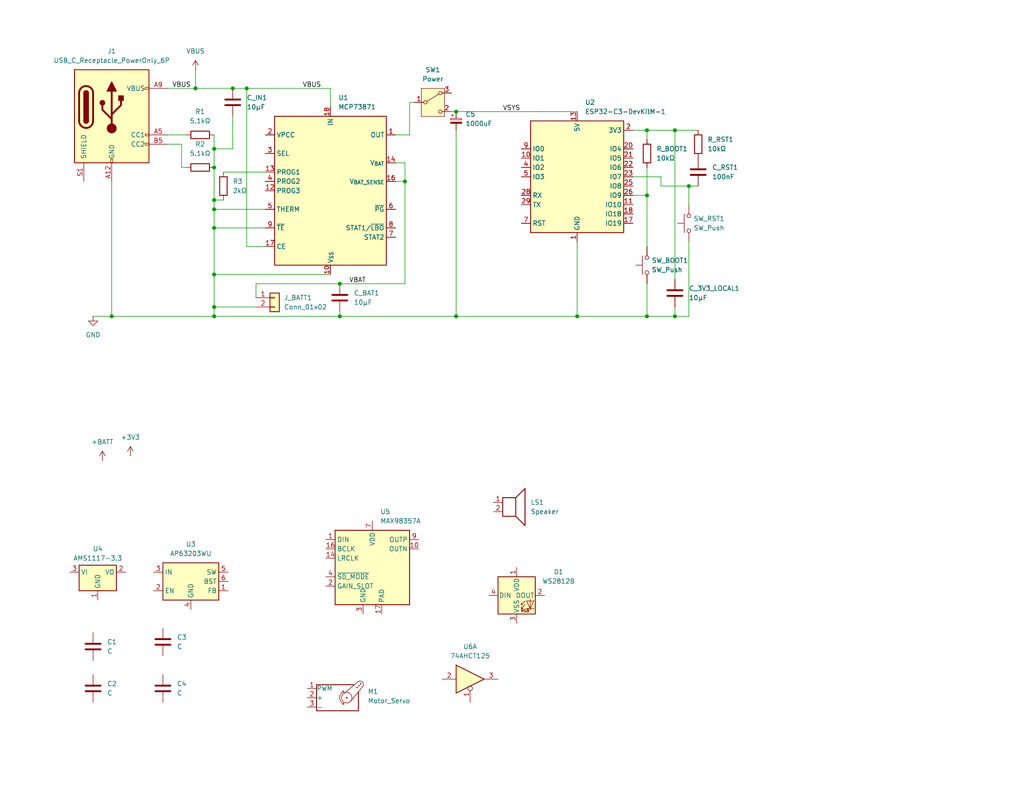
<source format=kicad_sch>
(kicad_sch (version 20250114) (generator "eeschema") (generator_version "9.0")
  (paper "USLetter")
  (title_block (date "2025-12-16") (rev "2.0") (company "Clever Girl LLC"))
  (lib_symbols
    (symbol "74xx:74AHCT125" (pin_names (offset 1.016))
      (property "Reference" "U" (at 0 1.27 0))
      (property "Value" "74AHCT125" (at 0 -1.27 0))
      (symbol "74AHCT125_1_0"
        (polyline (pts (xy -3.81 3.81) (xy -3.81 -3.81) (xy 3.81 0) (xy -3.81 3.81)) (stroke (width 0.254)) (fill (type background)))
        (pin input line (at -7.62 0 0) (length 3.81) (name "~") (number "2"))
        (pin input inverted (at 0 -6.35 90) (length 4.445) (name "~") (number "1"))
        (pin tri_state line (at 7.62 0 180) (length 3.81) (name "~") (number "3"))
      )
      (symbol "74AHCT125_2_0"
        (polyline (pts (xy -3.81 3.81) (xy -3.81 -3.81) (xy 3.81 0) (xy -3.81 3.81)) (stroke (width 0.254)) (fill (type background)))
        (pin input line (at -7.62 0 0) (length 3.81) (name "~") (number "5"))
        (pin input inverted (at 0 -6.35 90) (length 4.445) (name "~") (number "4"))
        (pin tri_state line (at 7.62 0 180) (length 3.81) (name "~") (number "6"))
      )
      (symbol "74AHCT125_3_0"
        (polyline (pts (xy -3.81 3.81) (xy -3.81 -3.81) (xy 3.81 0) (xy -3.81 3.81)) (stroke (width 0.254)) (fill (type background)))
        (pin input line (at -7.62 0 0) (length 3.81) (name "~") (number "9"))
        (pin input inverted (at 0 -6.35 90) (length 4.445) (name "~") (number "10"))
        (pin tri_state line (at 7.62 0 180) (length 3.81) (name "~") (number "8"))
      )
      (symbol "74AHCT125_4_0"
        (polyline (pts (xy -3.81 3.81) (xy -3.81 -3.81) (xy 3.81 0) (xy -3.81 3.81)) (stroke (width 0.254)) (fill (type background)))
        (pin input line (at -7.62 0 0) (length 3.81) (name "~") (number "12"))
        (pin input inverted (at 0 -6.35 90) (length 4.445) (name "~") (number "13"))
        (pin tri_state line (at 7.62 0 180) (length 3.81) (name "~") (number "11"))
      )
      (symbol "74AHCT125_5_0"
        (pin power_in line (at 0 12.7 270) (length 5.08) (name "VCC") (number "14"))
        (pin power_in line (at 0 -12.7 90) (length 5.08) (name "GND") (number "7"))
      )
      (symbol "74AHCT125_5_1"
        (rectangle (start -5.08 7.62) (end 5.08 -7.62) (stroke (width 0.254)) (fill (type background)))
      )
    )
    (symbol "Audio:MAX98357A"
      (property "Reference" "U" (at -8.89 11.43 0))
      (property "Value" "MAX98357A" (at 10.16 11.43 0))
      (symbol "MAX98357A_1_1"
        (rectangle (start -10.16 10.16) (end 10.16 -10.16) (stroke (width 0.254)) (fill (type background)))
        (pin input line (at -12.7 7.62 0) (length 2.54) (name "DIN") (number "1"))
        (pin input line (at -12.7 5.08 0) (length 2.54) (name "BCLK") (number "16"))
        (pin input line (at -12.7 2.54 0) (length 2.54) (name "LRCLK") (number "14"))
        (pin input line (at -12.7 -2.54 0) (length 2.54) (name "~{SD_MODE}") (number "4"))
        (pin passive line (at -12.7 -5.08 0) (length 2.54) (name "GAIN_SLOT") (number "2"))
        (pin passive line (at -2.54 -12.7 90) (length 2.54) (hide yes) (name "GND") (number "11"))
        (pin passive line (at -2.54 -12.7 90) (length 2.54) (hide yes) (name "GND") (number "15"))
        (pin power_in line (at -2.54 -12.7 90) (length 2.54) (name "GND") (number "3"))
        (pin power_in line (at 0 12.7 270) (length 2.54) (name "VDD") (number "7"))
        (pin passive line (at 0 12.7 270) (length 2.54) (hide yes) (name "VDD") (number "8"))
        (pin unspecified line (at 2.54 -12.7 90) (length 2.54) (name "PAD") (number "17"))
        (pin no_connect line (at 10.16 2.54 180) (length 2.54) (hide yes) (name "NC") (number "5"))
        (pin no_connect line (at 10.16 0 180) (length 2.54) (hide yes) (name "NC") (number "6"))
        (pin no_connect line (at 10.16 -5.08 180) (length 2.54) (hide yes) (name "NC") (number "12"))
        (pin no_connect line (at 10.16 -7.62 180) (length 2.54) (hide yes) (name "NC") (number "13"))
        (pin output line (at 12.7 7.62 180) (length 2.54) (name "OUTP") (number "9"))
        (pin output line (at 12.7 5.08 180) (length 2.54) (name "OUTN") (number "10"))
      )
    )
    (symbol "Battery_Management:MCP73871"
      (property "Reference" "U" (at -7.62 24.13 0))
      (property "Value" "MCP73871" (at -15.24 21.59 0))
      (symbol "MCP73871_0_1"
        (rectangle (start -15.24 20.32) (end 15.24 -20.32) (stroke (width 0.254)) (fill (type background)))
      )
      (symbol "MCP73871_1_1"
        (pin input line (at -17.78 15.24 0) (length 2.54) (name "VPCC") (number "2"))
        (pin input line (at -17.78 10.16 0) (length 2.54) (name "SEL") (number "3"))
        (pin bidirectional line (at -17.78 5.08 0) (length 2.54) (name "PROG1") (number "13"))
        (pin input line (at -17.78 2.54 0) (length 2.54) (name "PROG2") (number "4"))
        (pin bidirectional line (at -17.78 0 0) (length 2.54) (name "PROG3") (number "12"))
        (pin bidirectional line (at -17.78 -5.08 0) (length 2.54) (name "THERM") (number "5"))
        (pin input line (at -17.78 -10.16 0) (length 2.54) (name "~{TE}") (number "9"))
        (pin input line (at -17.78 -15.24 0) (length 2.54) (name "CE") (number "17"))
        (pin power_in line (at 0 22.86 270) (length 2.54) (name "IN") (number "18"))
        (pin passive line (at 0 22.86 270) (length 2.54) (hide yes) (name "IN") (number "19"))
        (pin power_in line (at 0 -22.86 90) (length 2.54) (name "V_{SS}") (number "10"))
        (pin passive line (at 0 -22.86 90) (length 2.54) (hide yes) (name "V_{SS}") (number "11"))
        (pin passive line (at 0 -22.86 90) (length 2.54) (hide yes) (name "V_{SS}") (number "21"))
        (pin power_out line (at 17.78 15.24 180) (length 2.54) (name "OUT") (number "1"))
        (pin passive line (at 17.78 15.24 180) (length 2.54) (hide yes) (name "OUT") (number "20"))
        (pin power_out line (at 17.78 7.62 180) (length 2.54) (name "V_{BAT}") (number "14"))
        (pin passive line (at 17.78 7.62 180) (length 2.54) (hide yes) (name "V_{BAT}") (number "15"))
        (pin input line (at 17.78 2.54 180) (length 2.54) (name "V_{BAT_SENSE}") (number "16"))
        (pin open_collector line (at 17.78 -5.08 180) (length 2.54) (name "~{PG}") (number "6"))
        (pin open_collector line (at 17.78 -10.16 180) (length 2.54) (name "STAT1/~{LBO}") (number "8"))
        (pin open_collector line (at 17.78 -12.7 180) (length 2.54) (name "STAT2") (number "7"))
      )
    )
    (symbol "Connector:Barrel_Jack" (pin_names (offset 1.016))
      (property "Reference" "J" (at 0 5.334 0))
      (property "Value" "Barrel_Jack" (at 0 -5.08 0))
      (symbol "Barrel_Jack_0_1"
        (rectangle (start -5.08 3.81) (end 5.08 -3.81) (stroke (width 0.254)) (fill (type background)))
        (polyline (pts (xy -3.81 -2.54) (xy -2.54 -2.54) (xy -1.27 -1.27) (xy 0 -2.54) (xy 2.54 -2.54) (xy 5.08 -2.54)) (stroke (width 0.254)))
        (arc (start -3.302 1.905) (mid -3.9343 2.54) (end -3.302 3.175) (stroke (width 0.254)))
        (arc (start -3.302 1.905) (mid -3.9343 2.54) (end -3.302 3.175) (stroke (width 0.254)) (fill (type outline)))
        (rectangle (start 3.683 3.175) (end -3.302 1.905) (stroke (width 0.254)) (fill (type outline)))
        (polyline (pts (xy 5.08 2.54) (xy 3.81 2.54)) (stroke (width 0.254)))
      )
      (symbol "Barrel_Jack_1_1"
        (pin passive line (at 7.62 2.54 180) (length 2.54) (name "~") (number "1"))
        (pin passive line (at 7.62 -2.54 180) (length 2.54) (name "~") (number "2"))
      )
    )
    (symbol "Connector:USB_C_Receptacle_PowerOnly_6P" (pin_names (offset 1.016))
      (property "Reference" "J" (at 0 16.51 0))
      (property "Value" "USB_C_Receptacle_PowerOnly_6P" (at 0 13.97 0))
      (symbol "USB_C_Receptacle_PowerOnly_6P_0_0"
        (rectangle (start -0.254 -12.7) (end 0.254 -11.684))
        (rectangle (start 10.16 7.874) (end 9.144 7.366))
        (rectangle (start 10.16 -4.826) (end 9.144 -5.334))
        (rectangle (start 10.16 -7.366) (end 9.144 -7.874))
      )
      (symbol "USB_C_Receptacle_PowerOnly_6P_0_1"
        (rectangle (start -10.16 12.7) (end 10.16 -12.7) (stroke (width 0.254)) (fill (type background)))
        (polyline (pts (xy -8.89 -1.27) (xy -8.89 6.35)) (stroke (width 0.508)))
        (rectangle (start -7.62 -1.27) (end -6.35 6.35) (stroke (width 0.254)) (fill (type outline)))
        (arc (start -7.62 6.35) (mid -6.985 6.9823) (end -6.35 6.35) (stroke (width 0.254)))
        (arc (start -7.62 6.35) (mid -6.985 6.9823) (end -6.35 6.35) (stroke (width 0.254)) (fill (type outline)))
        (arc (start -8.89 6.35) (mid -6.985 8.2467) (end -5.08 6.35) (stroke (width 0.508)))
        (arc (start -5.08 -1.27) (mid -6.985 -3.1667) (end -8.89 -1.27) (stroke (width 0.508)))
        (arc (start -6.35 -1.27) (mid -6.985 -1.9023) (end -7.62 -1.27) (stroke (width 0.254)))
        (arc (start -6.35 -1.27) (mid -6.985 -1.9023) (end -7.62 -1.27) (stroke (width 0.254)) (fill (type outline)))
        (polyline (pts (xy -5.08 6.35) (xy -5.08 -1.27)) (stroke (width 0.508)))
        (circle (center -2.54 3.683) (radius 0.635) (stroke (width 0.254)) (fill (type outline)))
        (polyline (pts (xy -1.27 6.858) (xy 0 9.398) (xy 1.27 6.858) (xy -1.27 6.858)) (stroke (width 0.254)) (fill (type outline)))
        (polyline (pts (xy 0 0.508) (xy 2.54 3.048) (xy 2.54 4.318)) (stroke (width 0.508)))
        (polyline (pts (xy 0 -0.762) (xy -2.54 1.778) (xy -2.54 3.048)) (stroke (width 0.508)))
        (polyline (pts (xy 0 -3.302) (xy 0 6.858)) (stroke (width 0.508)))
        (circle (center 0 -3.302) (radius 1.27) (fill (type outline)))
        (rectangle (start 1.905 4.318) (end 3.175 5.588) (stroke (width 0.254)) (fill (type outline)))
      )
      (symbol "USB_C_Receptacle_PowerOnly_6P_1_1"
        (pin passive line (at -7.62 -17.78 90) (length 5.08) (name "SHIELD") (number "S1"))
        (pin passive line (at 0 -17.78 90) (length 5.08) (name "GND") (number "A12"))
        (pin passive line (at 0 -17.78 90) (length 5.08) (hide yes) (name "GND") (number "B12"))
        (pin passive line (at 15.24 7.62 180) (length 5.08) (name "VBUS") (number "A9"))
        (pin passive line (at 15.24 7.62 180) (length 5.08) (hide yes) (name "VBUS") (number "B9"))
        (pin bidirectional line (at 15.24 -5.08 180) (length 5.08) (name "CC1") (number "A5"))
        (pin bidirectional line (at 15.24 -7.62 180) (length 5.08) (name "CC2") (number "B5"))
      )
    )
    (symbol "Connector_Generic:Conn_01x02" (pin_names (offset 1.016) (hide yes))
      (property "Reference" "J" (at 0 2.54 0))
      (property "Value" "Conn_01x02" (at 0 -5.08 0))
      (symbol "Conn_01x02_1_1"
        (rectangle (start -1.27 1.27) (end 1.27 -3.81) (stroke (width 0.254)) (fill (type background)))
        (rectangle (start -1.27 0.127) (end 0 -0.127) (stroke (width 0.1524)))
        (rectangle (start -1.27 -2.413) (end 0 -2.667) (stroke (width 0.1524)))
        (pin passive line (at -5.08 0 0) (length 3.81) (name "Pin_1") (number "1"))
        (pin passive line (at -5.08 -2.54 0) (length 3.81) (name "Pin_2") (number "2"))
      )
    )
    (symbol "Device:C" (pin_numbers (hide yes)) (pin_names (offset 0.254))
      (property "Reference" "C" (at 0.635 2.54 0))
      (property "Value" "C" (at 0.635 -2.54 0))
      (symbol "C_0_1"
        (polyline (pts (xy -2.032 0.762) (xy 2.032 0.762)) (stroke (width 0.508)))
        (polyline (pts (xy -2.032 -0.762) (xy 2.032 -0.762)) (stroke (width 0.508)))
      )
      (symbol "C_1_1"
        (pin passive line (at 0 3.81 270) (length 2.794) (name "~") (number "1"))
        (pin passive line (at 0 -3.81 90) (length 2.794) (name "~") (number "2"))
      )
    )
    (symbol "Device:C_Polarized_Small" (pin_numbers (hide yes)) (pin_names (offset 0.254) (hide yes))
      (property "Reference" "C" (at 0.254 1.778 0))
      (property "Value" "C_Polarized_Small" (at 0.254 -2.032 0))
      (symbol "C_Polarized_Small_0_1"
        (rectangle (start -1.524 0.6858) (end 1.524 0.3048))
        (rectangle (start -1.524 -0.3048) (end 1.524 -0.6858) (fill (type outline)))
        (polyline (pts (xy -1.27 1.524) (xy -0.762 1.524)))
        (polyline (pts (xy -1.016 1.27) (xy -1.016 1.778)))
      )
      (symbol "C_Polarized_Small_1_1"
        (pin passive line (at 0 2.54 270) (length 1.8542) (name "~") (number "1"))
        (pin passive line (at 0 -2.54 90) (length 1.8542) (name "~") (number "2"))
      )
    )
    (symbol "Device:R" (pin_numbers (hide yes)) (pin_names (offset 0))
      (property "Reference" "R" (at 2.032 0 90))
      (property "Value" "R" (at 0 0 90))
      (symbol "R_0_1"
        (rectangle (start -1.016 -2.54) (end 1.016 2.54) (stroke (width 0.254)))
      )
      (symbol "R_1_1"
        (pin passive line (at 0 3.81 270) (length 1.27) (name "~") (number "1"))
        (pin passive line (at 0 -3.81 90) (length 1.27) (name "~") (number "2"))
      )
    )
    (symbol "Device:Speaker" (pin_names (offset 0) (hide yes))
      (property "Reference" "LS" (at 1.27 5.715 0))
      (property "Value" "Speaker" (at 1.27 3.81 0))
      (symbol "Speaker_0_0"
        (rectangle (start -2.54 1.27) (end 1.016 -3.81) (stroke (width 0.254)))
        (polyline (pts (xy 1.016 1.27) (xy 3.556 3.81) (xy 3.556 -6.35) (xy 1.016 -3.81)) (stroke (width 0.254)))
      )
      (symbol "Speaker_1_1"
        (pin input line (at -5.08 0 0) (length 2.54) (name "1") (number "1"))
        (pin input line (at -5.08 -2.54 0) (length 2.54) (name "2") (number "2"))
      )
    )
    (symbol "LED:WS2812B" (pin_names (offset 0.254))
      (property "Reference" "D" (at 5.08 5.715 0))
      (property "Value" "WS2812B" (at 1.27 -5.715 0))
      (symbol "WS2812B_0_0"
        (text "RGB" (at 2.286 -4.191 0) (effects (font (size 0.762 0.762))))
      )
      (symbol "WS2812B_0_1"
        (polyline (pts (xy 1.27 -2.54) (xy 1.778 -2.54)))
        (polyline (pts (xy 1.27 -3.556) (xy 1.778 -3.556)))
        (polyline (pts (xy 2.286 -1.524) (xy 1.27 -2.54) (xy 1.27 -2.032)))
        (polyline (pts (xy 2.286 -2.54) (xy 1.27 -3.556) (xy 1.27 -3.048)))
        (polyline (pts (xy 3.683 -1.016) (xy 3.683 -3.556) (xy 3.683 -4.064)))
        (polyline (pts (xy 4.699 -1.524) (xy 2.667 -1.524) (xy 3.683 -3.556) (xy 4.699 -1.524)))
        (polyline (pts (xy 4.699 -3.556) (xy 2.667 -3.556)))
        (rectangle (start 5.08 5.08) (end -5.08 -5.08) (stroke (width 0.254)) (fill (type background)))
      )
      (symbol "WS2812B_1_1"
        (pin input line (at -7.62 0 0) (length 2.54) (name "DIN") (number "4"))
        (pin power_in line (at 0 7.62 270) (length 2.54) (name "VDD") (number "1"))
        (pin power_in line (at 0 -7.62 90) (length 2.54) (name "VSS") (number "3"))
        (pin output line (at 7.62 0 180) (length 2.54) (name "DOUT") (number "2"))
      )
    )
    (symbol "Motor:Motor_Servo" (pin_names (offset 0.0254))
      (property "Reference" "M" (at -5.08 4.445 0))
      (property "Value" "Motor_Servo" (at -5.08 -4.064 0))
      (symbol "Motor_Servo_0_1"
        (polyline (pts (xy 2.413 1.778) (xy 1.905 1.778)))
        (polyline (pts (xy 2.413 1.778) (xy 2.286 1.397)))
        (polyline (pts (xy 2.413 -1.778) (xy 2.032 -1.778)))
        (polyline (pts (xy 2.413 -1.778) (xy 2.286 -1.397)))
        (arc (start 2.413 -1.778) (mid 1.2406 0) (end 2.413 1.778))
        (circle (center 3.175 0) (radius 0.1778))
        (circle (center 3.175 0) (radius 1.4224))
        (polyline (pts (xy 5.08 3.556) (xy -5.08 3.556) (xy -5.08 -3.556) (xy 6.35 -3.556) (xy 6.35 1.524)) (stroke (width 0.254)))
        (circle (center 5.969 2.794) (radius 0.127))
        (polyline (pts (xy 6.35 4.445) (xy 2.54 1.27)))
        (circle (center 6.477 3.302) (radius 0.127))
        (arc (start 6.35 4.445) (mid 7.4487 4.2737) (end 7.62 3.175))
        (circle (center 6.985 3.81) (radius 0.127))
        (polyline (pts (xy 7.62 3.175) (xy 4.191 -1.016)))
      )
      (symbol "Motor_Servo_1_1"
        (pin passive line (at -7.62 2.54 0) (length 2.54) (name "PWM") (number "1"))
        (pin passive line (at -7.62 0 0) (length 2.54) (name "+") (number "2"))
        (pin passive line (at -7.62 -2.54 0) (length 2.54) (name "-") (number "3"))
      )
    )
    (symbol "RF_Module:ESP32-C3-DevKitM-1"
      (property "Reference" "U" (at 7.62 16.51 0))
      (property "Value" "ESP32-C3-DevKitM-1" (at 11.684 -16.764 0))
      (symbol "ESP32-C3-DevKitM-1_1_1"
        (rectangle (start -12.7 15.24) (end 12.7 -15.24) (stroke (width 0.254)) (fill (type background)))
        (pin bidirectional line (at -15.24 7.62 0) (length 2.54) (name "IO0") (number "9"))
        (pin bidirectional line (at -15.24 5.08 0) (length 2.54) (name "IO1") (number "10"))
        (pin bidirectional line (at -15.24 2.54 0) (length 2.54) (name "IO2") (number "4"))
        (pin bidirectional line (at -15.24 0 0) (length 2.54) (name "IO3") (number "5"))
        (pin input line (at -15.24 -5.08 0) (length 2.54) (name "RX") (number "28"))
        (pin output line (at -15.24 -7.62 0) (length 2.54) (name "TX") (number "29"))
        (pin input line (at -15.24 -12.7 0) (length 2.54) (name "RST") (number "7"))
        (pin passive line (at 0 17.78 270) (length 2.54) (name "5V") (number "13"))
        (pin passive line (at 0 17.78 270) (length 2.54) (hide yes) (name "5V") (number "14"))
        (pin power_in line (at 0 -17.78 90) (length 2.54) (name "GND") (number "1"))
        (pin passive line (at 0 -17.78 90) (length 2.54) (hide yes) (name "GND") (number "12"))
        (pin passive line (at 0 -17.78 90) (length 2.54) (hide yes) (name "GND") (number "15"))
        (pin passive line (at 0 -17.78 90) (length 2.54) (hide yes) (name "GND") (number "16"))
        (pin passive line (at 0 -17.78 90) (length 2.54) (hide yes) (name "GND") (number "19"))
        (pin passive line (at 0 -17.78 90) (length 2.54) (hide yes) (name "GND") (number "24"))
        (pin passive line (at 0 -17.78 90) (length 2.54) (hide yes) (name "GND") (number "27"))
        (pin passive line (at 0 -17.78 90) (length 2.54) (hide yes) (name "GND") (number "30"))
        (pin passive line (at 0 -17.78 90) (length 2.54) (hide yes) (name "GND") (number "6"))
        (pin passive line (at 0 -17.78 90) (length 2.54) (hide yes) (name "GND") (number "8"))
        (pin power_out line (at 15.24 12.7 180) (length 2.54) (name "3V3") (number "2"))
        (pin passive line (at 15.24 12.7 180) (length 2.54) (hide yes) (name "3V3") (number "3"))
        (pin bidirectional line (at 15.24 7.62 180) (length 2.54) (name "IO4") (number "20"))
        (pin bidirectional line (at 15.24 5.08 180) (length 2.54) (name "IO5") (number "21"))
        (pin bidirectional line (at 15.24 2.54 180) (length 2.54) (name "IO6") (number "22"))
        (pin bidirectional line (at 15.24 0 180) (length 2.54) (name "IO7") (number "23"))
        (pin bidirectional line (at 15.24 -2.54 180) (length 2.54) (name "IO8") (number "25"))
        (pin bidirectional line (at 15.24 -5.08 180) (length 2.54) (name "IO9") (number "26"))
        (pin bidirectional line (at 15.24 -7.62 180) (length 2.54) (name "IO10") (number "11"))
        (pin bidirectional line (at 15.24 -10.16 180) (length 2.54) (name "IO18") (number "18"))
        (pin bidirectional line (at 15.24 -12.7 180) (length 2.54) (name "IO19") (number "17"))
      )
    )
    (symbol "Regulator_Linear:AMS1117-3.3"
      (property "Reference" "U" (at -3.81 3.175 0))
      (property "Value" "AMS1117-3.3" (at 0 3.175 0))
      (symbol "AMS1117-3.3_0_1"
        (rectangle (start -5.08 -5.08) (end 5.08 1.905) (stroke (width 0.254)) (fill (type background)))
      )
      (symbol "AMS1117-3.3_1_1"
        (pin power_in line (at -7.62 0 0) (length 2.54) (name "VI") (number "3"))
        (pin power_in line (at 0 -7.62 90) (length 2.54) (name "GND") (number "1"))
        (pin power_out line (at 7.62 0 180) (length 2.54) (name "VO") (number "2"))
      )
    )
    (symbol "Regulator_Switching:AP63203WU"
      (property "Reference" "U" (at -7.62 6.35 0))
      (property "Value" "AP63203WU" (at 2.54 6.35 0))
      (symbol "AP63203WU_0_1"
        (rectangle (start -7.62 5.08) (end 7.62 -5.08) (stroke (width 0.254)) (fill (type background)))
      )
      (symbol "AP63203WU_1_1"
        (pin power_in line (at -10.16 2.54 0) (length 2.54) (name "IN") (number "3"))
        (pin input line (at -10.16 -2.54 0) (length 2.54) (name "EN") (number "2"))
        (pin power_in line (at 0 -7.62 90) (length 2.54) (name "GND") (number "4"))
        (pin output line (at 10.16 2.54 180) (length 2.54) (name "SW") (number "5"))
        (pin passive line (at 10.16 0 180) (length 2.54) (name "BST") (number "6"))
        (pin input line (at 10.16 -2.54 180) (length 2.54) (name "FB") (number "1"))
      )
    )
    (symbol "Switch:SW_Push" (pin_numbers (hide yes)) (pin_names (offset 1.016) (hide yes))
      (property "Reference" "SW" (at 1.27 2.54 0))
      (property "Value" "SW_Push" (at 0 -1.524 0))
      (symbol "SW_Push_0_1"
        (circle (center -2.032 0) (radius 0.508))
        (polyline (pts (xy 0 1.27) (xy 0 3.048)))
        (circle (center 2.032 0) (radius 0.508))
        (polyline (pts (xy 2.54 1.27) (xy -2.54 1.27)))
        (pin passive line (at -5.08 0 0) (length 2.54) (name "1") (number "1"))
        (pin passive line (at 5.08 0 180) (length 2.54) (name "2") (number "2"))
      )
    )
    (symbol "Switch:SW_Wuerth_450301014042" (pin_names (offset 1) (hide yes))
      (property "Reference" "SW" (at 0 5.08 0))
      (property "Value" "SW_Wuerth_450301014042" (at 0 -5.08 0))
      (symbol "SW_Wuerth_450301014042_0_1"
        (circle (center -2.032 0) (radius 0.4572))
        (polyline (pts (xy -1.651 0.254) (xy 1.651 2.286)))
        (circle (center 2.032 2.54) (radius 0.4572))
        (circle (center 2.032 -2.54) (radius 0.4572))
      )
      (symbol "SW_Wuerth_450301014042_1_1"
        (rectangle (start -3.175 3.81) (end 3.175 -3.81) (fill (type background)))
        (pin passive line (at -5.08 0 0) (length 2.54) (name "B") (number "1"))
        (pin passive line (at 5.08 2.54 180) (length 2.54) (name "A") (number "3"))
        (pin passive line (at 5.08 -2.54 180) (length 2.54) (name "C") (number "2"))
      )
    )
    (symbol "power:+3V3" (power) (pin_numbers (hide yes)) (pin_names (offset 0) (hide yes))
      (property "Value" "+3V3" (at 0 3.556 0))
      (symbol "+3V3_0_1"
        (polyline (pts (xy -0.762 1.27) (xy 0 2.54)))
        (polyline (pts (xy 0 2.54) (xy 0.762 1.27)))
        (polyline (pts (xy 0 0) (xy 0 2.54)))
      )
      (symbol "+3V3_1_1"
        (pin power_in line (at 0 0 90) (length 0) (name "~") (number "1"))
      )
    )
    (symbol "power:+BATT" (power) (pin_numbers (hide yes)) (pin_names (offset 0) (hide yes))
      (property "Value" "+BATT" (at 0 3.556 0))
      (symbol "+BATT_0_1"
        (polyline (pts (xy -0.762 1.27) (xy 0 2.54)))
        (polyline (pts (xy 0 2.54) (xy 0.762 1.27)))
        (polyline (pts (xy 0 0) (xy 0 2.54)))
      )
      (symbol "+BATT_1_1"
        (pin power_in line (at 0 0 90) (length 0) (name "~") (number "1"))
      )
    )
    (symbol "power:GND" (power) (pin_numbers (hide yes)) (pin_names (offset 0) (hide yes))
      (property "Value" "GND" (at 0 -3.81 0))
      (symbol "GND_0_1"
        (polyline (pts (xy 0 0) (xy 0 -1.27) (xy 1.27 -1.27) (xy 0 -2.54) (xy -1.27 -1.27) (xy 0 -1.27)))
      )
      (symbol "GND_1_1"
        (pin power_in line (at 0 0 270) (length 0) (name "~") (number "1"))
      )
    )
    (symbol "power:VBUS" (power) (pin_numbers (hide yes)) (pin_names (offset 0) (hide yes))
      (property "Value" "VBUS" (at 0 3.556 0))
      (symbol "VBUS_0_1"
        (polyline (pts (xy -0.762 1.27) (xy 0 2.54)))
        (polyline (pts (xy 0 2.54) (xy 0.762 1.27)))
        (polyline (pts (xy 0 0) (xy 0 2.54)))
      )
      (symbol "VBUS_1_1"
        (pin power_in line (at 0 0 90) (length 0) (name "~") (number "1"))
      )
    )
  )
  (junction (at 58.42 74.93))
  (junction (at 63.5 24.13))
  (junction (at 187.96 50.8))
  (junction (at 176.53 53.34))
  (junction (at 92.71 77.47))
  (junction (at 124.46 86.36))
  (junction (at 30.48 86.36))
  (junction (at 184.15 86.36))
  (junction (at 58.42 62.23))
  (junction (at 110.49 49.53))
  (junction (at 176.53 86.36))
  (junction (at 184.15 35.56))
  (junction (at 58.42 83.82))
  (junction (at 53.34 24.13))
  (junction (at 176.53 35.56))
  (junction (at 58.42 86.36))
  (junction (at 92.71 86.36))
  (junction (at 58.42 40.64))
  (junction (at 157.48 86.36))
  (junction (at 58.42 45.72))
  (junction (at 124.46 30.48))
  (junction (at 67.31 24.13))
  (junction (at 58.42 54.61))
  (junction (at 58.42 57.15))
  (wire (pts (xy 176.53 35.56) (xy 172.72 35.56)))
  (wire (pts (xy 58.42 83.82) (xy 58.42 86.36)))
  (wire (pts (xy 49.53 45.72) (xy 49.53 39.37)))
  (wire (pts (xy 176.53 35.56) (xy 184.15 35.56)))
  (wire (pts (xy 92.71 85.09) (xy 92.71 86.36)))
  (wire (pts (xy 124.46 35.56) (xy 124.46 86.36)))
  (wire (pts (xy 49.53 45.72) (xy 50.8 45.72)))
  (wire (pts (xy 157.48 86.36) (xy 124.46 86.36)))
  (wire (pts (xy 176.53 77.47) (xy 176.53 86.36)))
  (wire (pts (xy 58.42 45.72) (xy 58.42 54.61)))
  (wire (pts (xy 187.96 86.36) (xy 184.15 86.36)))
  (wire (pts (xy 124.46 30.48) (xy 157.48 30.48)))
  (wire (pts (xy 111.76 27.94) (xy 113.03 27.94)))
  (wire (pts (xy 60.96 46.99) (xy 72.39 46.99)))
  (wire (pts (xy 58.42 40.64) (xy 58.42 45.72)))
  (wire (pts (xy 176.53 38.1) (xy 176.53 35.56)))
  (wire (pts (xy 180.34 50.8) (xy 180.34 48.26)))
  (wire (pts (xy 176.53 86.36) (xy 157.48 86.36)))
  (wire (pts (xy 187.96 50.8) (xy 180.34 50.8)))
  (wire (pts (xy 63.5 31.75) (xy 63.5 40.64)))
  (wire (pts (xy 176.53 53.34) (xy 172.72 53.34)))
  (wire (pts (xy 92.71 86.36) (xy 58.42 86.36)))
  (wire (pts (xy 45.72 36.83) (xy 50.8 36.83)))
  (wire (pts (xy 110.49 44.45) (xy 107.95 44.45)))
  (wire (pts (xy 69.85 81.28) (xy 69.85 77.47)))
  (wire (pts (xy 58.42 86.36) (xy 30.48 86.36)))
  (wire (pts (xy 53.34 24.13) (xy 63.5 24.13)))
  (wire (pts (xy 157.48 66.04) (xy 157.48 86.36)))
  (wire (pts (xy 58.42 54.61) (xy 58.42 57.15)))
  (wire (pts (xy 180.34 48.26) (xy 172.72 48.26)))
  (wire (pts (xy 49.53 39.37) (xy 45.72 39.37)))
  (wire (pts (xy 92.71 77.47) (xy 110.49 77.47)))
  (wire (pts (xy 124.46 86.36) (xy 92.71 86.36)))
  (wire (pts (xy 58.42 57.15) (xy 72.39 57.15)))
  (wire (pts (xy 53.34 24.13) (xy 53.34 19.05)))
  (wire (pts (xy 184.15 83.82) (xy 184.15 86.36)))
  (wire (pts (xy 90.17 24.13) (xy 90.17 29.21)))
  (wire (pts (xy 58.42 62.23) (xy 72.39 62.23)))
  (wire (pts (xy 176.53 45.72) (xy 176.53 53.34)))
  (wire (pts (xy 187.96 66.04) (xy 187.96 86.36)))
  (wire (pts (xy 107.95 49.53) (xy 110.49 49.53)))
  (wire (pts (xy 58.42 62.23) (xy 58.42 74.93)))
  (wire (pts (xy 67.31 24.13) (xy 67.31 67.31)))
  (wire (pts (xy 67.31 24.13) (xy 90.17 24.13)))
  (wire (pts (xy 110.49 77.47) (xy 110.49 49.53)))
  (wire (pts (xy 72.39 67.31) (xy 67.31 67.31)))
  (wire (pts (xy 58.42 36.83) (xy 58.42 40.64)))
  (wire (pts (xy 63.5 24.13) (xy 67.31 24.13)))
  (wire (pts (xy 111.76 36.83) (xy 111.76 27.94)))
  (wire (pts (xy 30.48 49.53) (xy 30.48 86.36)))
  (wire (pts (xy 58.42 54.61) (xy 60.96 54.61)))
  (wire (pts (xy 58.42 74.93) (xy 90.17 74.93)))
  (wire (pts (xy 58.42 83.82) (xy 69.85 83.82)))
  (wire (pts (xy 123.19 30.48) (xy 124.46 30.48)))
  (wire (pts (xy 184.15 76.2) (xy 184.15 35.56)))
  (wire (pts (xy 58.42 74.93) (xy 58.42 83.82)))
  (wire (pts (xy 107.95 36.83) (xy 111.76 36.83)))
  (wire (pts (xy 190.5 50.8) (xy 187.96 50.8)))
  (wire (pts (xy 176.53 53.34) (xy 176.53 67.31)))
  (wire (pts (xy 187.96 55.88) (xy 187.96 50.8)))
  (wire (pts (xy 110.49 49.53) (xy 110.49 44.45)))
  (wire (pts (xy 184.15 86.36) (xy 176.53 86.36)))
  (wire (pts (xy 63.5 40.64) (xy 58.42 40.64)))
  (wire (pts (xy 69.85 77.47) (xy 92.71 77.47)))
  (wire (pts (xy 58.42 57.15) (xy 58.42 62.23)))
  (wire (pts (xy 45.72 24.13) (xy 53.34 24.13)))
  (wire (pts (xy 184.15 35.56) (xy 190.5 35.56)))
  (wire (pts (xy 30.48 86.36) (xy 25.4 86.36)))
  (label "VSYS" (at 137.16 30.48 0))
  (label "VBUS" (at 46.99 24.13 0))
  (label "VBUS" (at 82.55 24.13 0))
  (label "VBAT" (at 95.25 77.47 0))
  (symbol (lib_id "Audio:MAX98357A") (at 101.6 154.94 0) (unit 1)
    (property "Reference" "U5" (at 103.7433 139.7 0) (effects (justify left)))
    (property "Value" "MAX98357A" (at 103.7433 142.24 0) (effects (justify left)))
    (property "Footprint" "Package_DFN_QFN:TQFN-16-1EP_3x3mm_P0.5mm_EP1.23x1.23mm" (effects (hide yes)))
    (property "Datasheet" "https://www.analog.com/media/en/technical-documentation/data-sheets/MAX98357A-MAX98357B.pdf" (effects (hide yes)))
    (property "Description" "Mono DAC with amplifier, I2S, PCM, TDM, 32-bit, 96khz, 3.2W, TQFP-16" (effects (hide yes)))
  )
  (symbol (lib_id "Device:C") (at 63.5 27.94 0) (unit 1)
    (property "Reference" "C_IN1" (at 67.31 26.6699 0) (effects (justify left)))
    (property "Value" "10µF" (at 67.31 29.2099 0) (effects (justify left)))
    (property "Description" "Unpolarized capacitor" (effects (hide yes)))
  )
  (symbol (lib_id "power:+3V3") (at 35.56 124.46 0) (unit 1)
    (property "Reference" "#PWR03" (effects (hide yes)))
    (property "Value" "+3V3" (at 35.56 119.38 0))
    (property "Description" "Power symbol creates a global label with name \"+3V3\"" (effects (hide yes)))
  )
  (symbol (lib_id "Regulator_Linear:AMS1117-3.3") (at 26.67 156.21 0) (unit 1)
    (property "Reference" "U4" (at 26.67 149.86 0))
    (property "Value" "AMS1117-3.3" (at 26.67 152.4 0))
    (property "Footprint" "Package_TO_SOT_SMD:SOT-223-3_TabPin2" (effects (hide yes)))
    (property "Datasheet" "http://www.advanced-monolithic.com/pdf/ds1117.pdf" (effects (hide yes)))
    (property "Description" "1A Low Dropout regulator, positive, 3.3V fixed output, SOT-223" (effects (hide yes)))
  )
  (symbol (lib_id "Device:C") (at 184.15 80.01 0) (unit 1)
    (property "Reference" "C_3V3_LOCAL1" (at 187.96 78.7399 0) (effects (justify left)))
    (property "Value" "10µF" (at 187.96 81.2799 0) (effects (justify left)))
    (property "Description" "Unpolarized capacitor" (effects (hide yes)))
  )
  (symbol (lib_id "Motor:Motor_Servo") (at 91.44 190.5 0) (unit 1)
    (property "Reference" "M1" (at 100.33 188.7968 0) (effects (justify left)))
    (property "Value" "Motor_Servo" (at 100.33 191.3368 0) (effects (justify left)))
    (property "Datasheet" "http://forums.parallax.com/uploads/attachments/46831/74481.png" (effects (hide yes)))
    (property "Description" "Servo Motor (Futaba, HiTec, JR connector)" (effects (hide yes)))
  )
  (symbol (lib_id "Switch:SW_Push") (at 187.96 60.96 90) (unit 1)
    (property "Reference" "SW_RST1" (at 189.23 59.6899 90) (effects (justify right)))
    (property "Value" "SW_Push" (at 189.23 62.2299 90) (effects (justify right)))
    (property "Description" "Push button switch, generic, two pins" (effects (hide yes)))
  )
  (symbol (lib_id "Device:Speaker") (at 139.7 137.16 0) (unit 1)
    (property "Reference" "LS1" (at 144.78 137.1599 0) (effects (justify left)))
    (property "Value" "Speaker" (at 144.78 139.6999 0) (effects (justify left)))
    (property "Description" "Speaker" (effects (hide yes)))
  )
  (symbol (lib_id "power:GND") (at 25.4 86.36 0) (unit 1)
    (property "Reference" "#PWR04" (effects (hide yes)))
    (property "Value" "GND" (at 25.4 91.44 0))
    (property "Description" "Power symbol creates a global label with name \"GND\" , ground" (effects (hide yes)))
  )
  (symbol (lib_id "Device:C") (at 44.45 175.26 0) (unit 1)
    (property "Reference" "C3" (at 48.26 173.9899 0) (effects (justify left)))
    (property "Value" "C" (at 48.26 176.5299 0) (effects (justify left)))
    (property "Description" "Unpolarized capacitor" (effects (hide yes)))
  )
  (symbol (lib_id "Battery_Management:MCP73871") (at 90.17 52.07 0) (unit 1)
    (property "Reference" "U1" (at 92.3133 26.67 0) (effects (justify left)))
    (property "Value" "MCP73871" (at 92.3133 29.21 0) (effects (justify left)))
    (property "Footprint" "Package_DFN_QFN:QFN-20-1EP_4x4mm_P0.5mm_EP2.5x2.5mm" (effects (hide yes)))
    (property "Datasheet" "http://www.mouser.com/ds/2/268/22090a-52174.pdf" (effects (hide yes)))
    (property "Description" "Single cell, Li-Ion/Li-Po charge management controller" (effects (hide yes)))
  )
  (symbol (lib_id "power:+BATT") (at 27.94 125.73 0) (unit 1)
    (property "Reference" "#PWR02" (effects (hide yes)))
    (property "Value" "+BATT" (at 27.94 120.65 0))
    (property "Description" "Power symbol creates a global label with name \"+BATT\"" (effects (hide yes)))
  )
  (symbol (lib_id "Switch:SW_Push") (at 176.53 72.39 90) (unit 1)
    (property "Reference" "SW_BOOT1" (at 177.8 71.1199 90) (effects (justify right)))
    (property "Value" "SW_Push" (at 177.8 73.6599 90) (effects (justify right)))
    (property "Description" "Push button switch, generic, two pins" (effects (hide yes)))
  )
  (symbol (lib_id "Device:R") (at 190.5 39.37 0) (unit 1)
    (property "Reference" "R_RST1" (at 193.04 38.0999 0) (effects (justify left)))
    (property "Value" "10kΩ" (at 193.04 40.6399 0) (effects (justify left)))
    (property "Description" "Resistor" (effects (hide yes)))
  )
  (symbol (lib_id "74xx:74AHCT125") (at 128.27 185.42 0) (unit 1)
    (property "Reference" "U6" (at 128.27 176.53 0))
    (property "Value" "74AHCT125" (at 128.27 179.07 0))
    (property "Datasheet" "https://www.ti.com/lit/ds/symlink/sn74ahct125.pdf" (effects (hide yes)))
    (property "Description" "Quadruple Bus Buffer Gates With 3-State Outputs" (effects (hide yes)))
  )
  (symbol (lib_id "Device:R") (at 54.61 36.83 90) (unit 1)
    (property "Reference" "R1" (at 54.61 30.48 90))
    (property "Value" "5.1kΩ" (at 54.61 33.02 90))
    (property "Description" "Resistor" (effects (hide yes)))
  )
  (symbol (lib_id "Device:C") (at 44.45 187.96 0) (unit 1)
    (property "Reference" "C4" (at 48.26 186.6899 0) (effects (justify left)))
    (property "Value" "C" (at 48.26 189.2299 0) (effects (justify left)))
    (property "Description" "Unpolarized capacitor" (effects (hide yes)))
  )
  (symbol (lib_id "Switch:SW_Wuerth_450301014042") (at 118.11 27.94 0) (unit 1)
    (property "Reference" "SW1" (at 118.11 19.05 0))
    (property "Value" "Power" (at 118.11 21.59 0))
    (property "Footprint" "Button_Switch_THT:SW_Slide-03_Wuerth-WS-SLTV_10x2.5x6.4_P2.54mm" (effects (hide yes)))
    (property "Datasheet" "https://www.we-online.com/components/products/datasheet/450301014042.pdf" (effects (hide yes)))
    (property "Description" "Switch slide, single pole double throw" (effects (hide yes)))
  )
  (symbol (lib_id "LED:WS2812B") (at 140.97 162.56 0) (unit 1)
    (property "Reference" "D1" (at 152.4 156.1398 0))
    (property "Value" "WS2812B" (at 152.4 158.6798 0))
    (property "Footprint" "LED_SMD:LED_WS2812B_PLCC4_5.0x5.0mm_P3.2mm" (effects (hide yes)))
    (property "Datasheet" "https://cdn-shop.adafruit.com/datasheets/WS2812B.pdf" (effects (hide yes)))
    (property "Description" "RGB LED with integrated controller" (effects (hide yes)))
  )
  (symbol (lib_id "Device:C") (at 190.5 46.99 0) (unit 1)
    (property "Reference" "C_RST1" (at 194.31 45.7199 0) (effects (justify left)))
    (property "Value" "100nF" (at 194.31 48.2599 0) (effects (justify left)))
    (property "Description" "Unpolarized capacitor" (effects (hide yes)))
  )
  (symbol (lib_id "Device:C") (at 25.4 176.53 0) (unit 1)
    (property "Reference" "C1" (at 29.21 175.2599 0) (effects (justify left)))
    (property "Value" "C" (at 29.21 177.7999 0) (effects (justify left)))
    (property "Description" "Unpolarized capacitor" (effects (hide yes)))
  )
  (symbol (lib_id "Device:C_Polarized_Small") (at 124.46 33.02 0) (unit 1)
    (property "Reference" "C5" (at 127 31.2038 0) (effects (justify left)))
    (property "Value" "1000uF" (at 127 33.7438 0) (effects (justify left)))
    (property "Description" "Polarized capacitor, small symbol" (effects (hide yes)))
  )
  (symbol (lib_id "Regulator_Switching:AP63203WU") (at 52.07 158.75 0) (unit 1)
    (property "Reference" "U3" (at 52.07 148.59 0))
    (property "Value" "AP63203WU" (at 52.07 151.13 0))
    (property "Footprint" "Package_TO_SOT_SMD:TSOT-23-6" (effects (hide yes)))
    (property "Datasheet" "https://www.diodes.com/assets/Datasheets/AP63200-AP63201-AP63203-AP63205.pdf" (effects (hide yes)))
    (property "Description" "2A, 1.1MHz Buck DC/DC Converter, fixed 3.3V output voltage, TSOT-23-6" (effects (hide yes)))
  )
  (symbol (lib_id "Device:R") (at 54.61 45.72 90) (unit 1)
    (property "Reference" "R2" (at 54.61 39.37 90))
    (property "Value" "5.1kΩ" (at 54.61 41.91 90))
    (property "Description" "Resistor" (effects (hide yes)))
  )
  (symbol (lib_id "RF_Module:ESP32-C3-DevKitM-1") (at 157.48 48.26 0) (unit 1)
    (property "Reference" "U2" (at 159.6233 27.94 0) (effects (justify left)))
    (property "Value" "ESP32-C3-DevKitM-1" (at 159.6233 30.48 0) (effects (justify left)))
    (property "Footprint" "RF_Module:ESP32-C3-DevKitM-1" (effects (hide yes)))
    (property "Datasheet" "https://docs.espressif.com/projects/esp-idf/en/latest/esp32c3/hw-reference/esp32c3/user-guide-devkitm-1.html" (effects (hide yes)))
    (property "Description" "Development board featuring ESP32-C3-MINI-1 module" (effects (hide yes)))
  )
  (symbol (lib_id "Connector:USB_C_Receptacle_PowerOnly_6P") (at 30.48 31.75 0) (unit 1)
    (property "Reference" "J1" (at 30.48 13.97 0))
    (property "Value" "USB_C_Receptacle_PowerOnly_6P" (at 30.48 16.51 0))
    (property "Datasheet" "https://www.usb.org/sites/default/files/documents/usb_type-c.zip" (effects (hide yes)))
    (property "Description" "USB Power-Only 6P Type-C Receptacle connector" (effects (hide yes)))
  )
  (symbol (lib_id "Connector_Generic:Conn_01x02") (at 74.93 81.28 0) (unit 1)
    (property "Reference" "J_BATT1" (at 77.47 81.2799 0) (effects (justify left)))
    (property "Value" "Conn_01x02" (at 77.47 83.8199 0) (effects (justify left)))
    (property "Description" "Generic connector, single row, 01x02, script generated (kicad-library-utils/schlib/autogen/connector/)" (effects (hide yes)))
  )
  (symbol (lib_id "Device:C") (at 25.4 187.96 0) (unit 1)
    (property "Reference" "C2" (at 29.21 186.6899 0) (effects (justify left)))
    (property "Value" "C" (at 29.21 189.2299 0) (effects (justify left)))
    (property "Description" "Unpolarized capacitor" (effects (hide yes)))
  )
  (symbol (lib_id "power:VBUS") (at 53.34 19.05 0) (unit 1)
    (property "Reference" "#PWR01" (effects (hide yes)))
    (property "Value" "VBUS" (at 53.34 13.97 0))
    (property "Description" "Power symbol creates a global label with name \"VBUS\"" (effects (hide yes)))
  )
  (symbol (lib_id "Device:C") (at 92.71 81.28 0) (unit 1)
    (property "Reference" "C_BAT1" (at 96.52 80.0099 0) (effects (justify left)))
    (property "Value" "10µF" (at 96.52 82.5499 0) (effects (justify left)))
    (property "Description" "Unpolarized capacitor" (effects (hide yes)))
  )
  (symbol (lib_id "Device:R") (at 60.96 50.8 180) (unit 1)
    (property "Reference" "R3" (at 63.5 49.5299 0) (effects (justify right)))
    (property "Value" "2kΩ" (at 63.5 52.0699 0) (effects (justify right)))
    (property "Description" "Resistor" (effects (hide yes)))
  )
  (symbol (lib_id "Device:R") (at 176.53 41.91 0) (unit 1)
    (property "Reference" "R_BOOT1" (at 179.07 40.6399 0) (effects (justify left)))
    (property "Value" "10kΩ" (at 179.07 43.1799 0) (effects (justify left)))
    (property "Description" "Resistor" (effects (hide yes)))
  )
)
</source>
